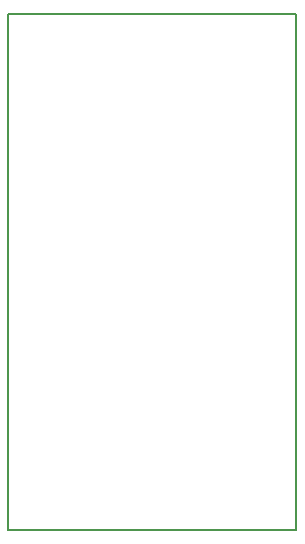
<source format=gbr>
%TF.GenerationSoftware,KiCad,Pcbnew,(5.0.2)-1*%
%TF.CreationDate,2020-12-10T22:03:50+01:00*%
%TF.ProjectId,canduino,63616e64-7569-46e6-9f2e-6b696361645f,rev?*%
%TF.SameCoordinates,Original*%
%TF.FileFunction,Profile,NP*%
%FSLAX46Y46*%
G04 Gerber Fmt 4.6, Leading zero omitted, Abs format (unit mm)*
G04 Created by KiCad (PCBNEW (5.0.2)-1) date 10.12.2020 22:03:50*
%MOMM*%
%LPD*%
G01*
G04 APERTURE LIST*
%ADD10C,0.200000*%
G04 APERTURE END LIST*
D10*
X76708000Y-63500000D02*
X101092000Y-63500000D01*
X76708000Y-107188000D02*
X76708000Y-63500000D01*
X101092000Y-107188000D02*
X76708000Y-107188000D01*
X101092000Y-63500000D02*
X101092000Y-107188000D01*
M02*

</source>
